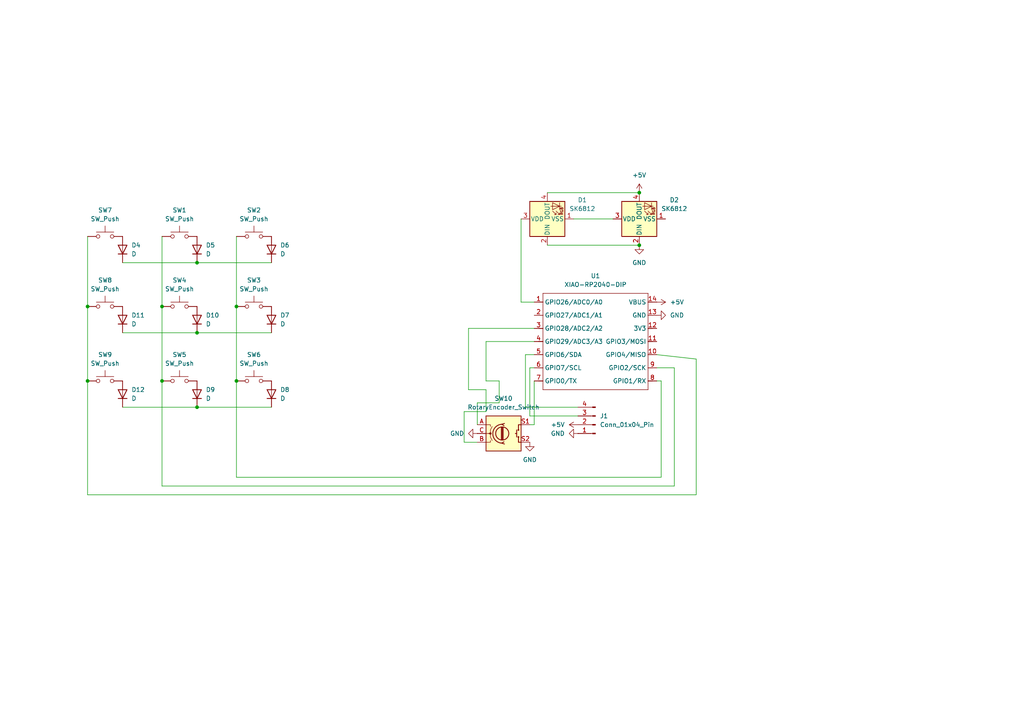
<source format=kicad_sch>
(kicad_sch (version 20231120) (generator "eeschema") (generator_version "8.0")
  (paper "A4")
  (lib_symbols
    (symbol "Connector:Conn_01x04_Pin" (pin_names (offset 1.016) hide)
      (property "Reference" "J" (at 0 5.08 0))
      (property "Value" "Conn_01x04_Pin" (at 0 -7.62 0))
      (symbol "Conn_01x04_Pin_1_1"
        (polyline (pts (xy 1.27 -5.08) (xy 0.8636 -5.08)) (stroke (width 0.1524)))
        (polyline (pts (xy 1.27 -2.54) (xy 0.8636 -2.54)) (stroke (width 0.1524)))
        (polyline (pts (xy 1.27 0) (xy 0.8636 0)) (stroke (width 0.1524)))
        (polyline (pts (xy 1.27 2.54) (xy 0.8636 2.54)) (stroke (width 0.1524)))
        (rectangle (start 0.8636 -4.953) (end 0 -5.207) (stroke (width 0.1524)) (fill (type outline)))
        (rectangle (start 0.8636 -2.413) (end 0 -2.667) (stroke (width 0.1524)) (fill (type outline)))
        (rectangle (start 0.8636 0.127) (end 0 -0.127) (stroke (width 0.1524)) (fill (type outline)))
        (rectangle (start 0.8636 2.667) (end 0 2.413) (stroke (width 0.1524)) (fill (type outline)))
        (pin passive line (at 5.08 2.54 180) (length 3.81) (name "Pin_1") (number "1"))
        (pin passive line (at 5.08 0 180) (length 3.81) (name "Pin_2") (number "2"))
        (pin passive line (at 5.08 -2.54 180) (length 3.81) (name "Pin_3") (number "3"))
        (pin passive line (at 5.08 -5.08 180) (length 3.81) (name "Pin_4") (number "4"))
      )
    )
    (symbol "Device:D" (pin_numbers hide) (pin_names (offset 1.016) hide)
      (property "Reference" "D" (at 0 2.54 0))
      (property "Value" "D" (at 0 -2.54 0))
      (symbol "D_0_1"
        (polyline (pts (xy -1.27 1.27) (xy -1.27 -1.27)) (stroke (width 0.254)))
        (polyline (pts (xy 1.27 0) (xy -1.27 0)))
        (polyline (pts (xy 1.27 1.27) (xy 1.27 -1.27) (xy -1.27 0) (xy 1.27 1.27)) (stroke (width 0.254)))
      )
      (symbol "D_1_1"
        (pin passive line (at -3.81 0 0) (length 2.54) (name "K") (number "1"))
        (pin passive line (at 3.81 0 180) (length 2.54) (name "A") (number "2"))
      )
    )
    (symbol "Device:RotaryEncoder_Switch" (pin_names (offset 0.254) hide)
      (property "Reference" "SW" (at 0 6.604 0))
      (property "Value" "RotaryEncoder_Switch" (at 0 -6.604 0))
      (symbol "RotaryEncoder_Switch_0_1"
        (rectangle (start -5.08 5.08) (end 5.08 -5.08) (stroke (width 0.254)) (fill (type background)))
        (circle (center -3.81 0) (radius 0.254) (fill (type outline)))
        (circle (center -0.381 0) (radius 1.905) (stroke (width 0.254)))
        (arc (start -0.381 2.667) (mid -3.0988 -0.0635) (end -0.381 -2.794) (stroke (width 0.254)))
        (polyline (pts (xy -0.635 -1.778) (xy -0.635 1.778)) (stroke (width 0.254)))
        (polyline (pts (xy -0.381 -1.778) (xy -0.381 1.778)) (stroke (width 0.254)))
        (polyline (pts (xy -0.127 1.778) (xy -0.127 -1.778)) (stroke (width 0.254)))
        (polyline (pts (xy 3.81 0) (xy 3.429 0)) (stroke (width 0.254)))
        (polyline (pts (xy 3.81 1.016) (xy 3.81 -1.016)) (stroke (width 0.254)))
        (polyline (pts (xy -5.08 -2.54) (xy -3.81 -2.54) (xy -3.81 -2.032)))
        (polyline (pts (xy -5.08 2.54) (xy -3.81 2.54) (xy -3.81 2.032)))
        (polyline (pts (xy 0.254 -3.048) (xy -0.508 -2.794) (xy 0.127 -2.413)) (stroke (width 0.254)))
        (polyline (pts (xy 0.254 2.921) (xy -0.508 2.667) (xy 0.127 2.286)) (stroke (width 0.254)))
        (polyline (pts (xy 5.08 -2.54) (xy 4.318 -2.54) (xy 4.318 -1.016)) (stroke (width 0.254)))
        (polyline (pts (xy 5.08 2.54) (xy 4.318 2.54) (xy 4.318 1.016)) (stroke (width 0.254)))
        (polyline (pts (xy -5.08 0) (xy -3.81 0) (xy -3.81 -1.016) (xy -3.302 -2.032)))
        (polyline (pts (xy -4.318 0) (xy -3.81 0) (xy -3.81 1.016) (xy -3.302 2.032)))
        (circle (center 4.318 -1.016) (radius 0.127) (stroke (width 0.254)))
        (circle (center 4.318 1.016) (radius 0.127) (stroke (width 0.254)))
      )
      (symbol "RotaryEncoder_Switch_1_1"
        (pin passive line (at -7.62 2.54 0) (length 2.54) (name "A") (number "A"))
        (pin passive line (at -7.62 -2.54 0) (length 2.54) (name "B") (number "B"))
        (pin passive line (at -7.62 0 0) (length 2.54) (name "C") (number "C"))
        (pin passive line (at 7.62 2.54 180) (length 2.54) (name "S1") (number "S1"))
        (pin passive line (at 7.62 -2.54 180) (length 2.54) (name "S2") (number "S2"))
      )
    )
    (symbol "LED:SK6812" (pin_names (offset 0.254))
      (property "Reference" "D" (at 5.08 5.715 0))
      (property "Value" "SK6812" (at 1.27 -5.715 0))
      (symbol "SK6812_0_0"
        (text "RGB" (at 2.286 -4.191 0) (effects (font (size 0.762 0.762))))
      )
      (symbol "SK6812_0_1"
        (polyline (pts (xy 1.27 -3.556) (xy 1.778 -3.556)))
        (polyline (pts (xy 1.27 -2.54) (xy 1.778 -2.54)))
        (polyline (pts (xy 4.699 -3.556) (xy 2.667 -3.556)))
        (polyline (pts (xy 2.286 -2.54) (xy 1.27 -3.556) (xy 1.27 -3.048)))
        (polyline (pts (xy 2.286 -1.524) (xy 1.27 -2.54) (xy 1.27 -2.032)))
        (polyline (pts (xy 3.683 -1.016) (xy 3.683 -3.556) (xy 3.683 -4.064)))
        (polyline (pts (xy 4.699 -1.524) (xy 2.667 -1.524) (xy 3.683 -3.556) (xy 4.699 -1.524)))
        (rectangle (start 5.08 5.08) (end -5.08 -5.08) (stroke (width 0.254)) (fill (type background)))
      )
      (symbol "SK6812_1_1"
        (pin power_in line (at 0 -7.62 90) (length 2.54) (name "VSS") (number "1"))
        (pin input line (at -7.62 0 0) (length 2.54) (name "DIN") (number "2"))
        (pin power_in line (at 0 7.62 270) (length 2.54) (name "VDD") (number "3"))
        (pin output line (at 7.62 0 180) (length 2.54) (name "DOUT") (number "4"))
      )
    )
    (symbol "Seeed_Studio_XIAO_Series:XIAO-RP2040-DIP"
      (property "Reference" "U" (at 0 0 0))
      (property "Value" "XIAO-RP2040-DIP" (at 5.334 -1.778 0))
      (symbol "XIAO-RP2040-DIP_1_0"
        (polyline (pts (xy -1.27 -30.48) (xy -1.27 -16.51)) (stroke (width 0.1524)))
        (polyline (pts (xy -1.27 -27.94) (xy -2.54 -27.94)) (stroke (width 0.1524)))
        (polyline (pts (xy -1.27 -24.13) (xy -2.54 -24.13)) (stroke (width 0.1524)))
        (polyline (pts (xy -1.27 -20.32) (xy -2.54 -20.32)) (stroke (width 0.1524)))
        (polyline (pts (xy -1.27 -16.51) (xy -2.54 -16.51)) (stroke (width 0.1524)))
        (polyline (pts (xy -1.27 -16.51) (xy -1.27 -12.7)) (stroke (width 0.1524)))
        (polyline (pts (xy -1.27 -12.7) (xy -2.54 -12.7)) (stroke (width 0.1524)))
        (polyline (pts (xy -1.27 -12.7) (xy -1.27 -8.89)) (stroke (width 0.1524)))
        (polyline (pts (xy -1.27 -8.89) (xy -2.54 -8.89)) (stroke (width 0.1524)))
        (polyline (pts (xy -1.27 -8.89) (xy -1.27 -5.08)) (stroke (width 0.1524)))
        (polyline (pts (xy -1.27 -5.08) (xy -2.54 -5.08)) (stroke (width 0.1524)))
        (polyline (pts (xy -1.27 -5.08) (xy -1.27 -2.54)) (stroke (width 0.1524)))
        (polyline (pts (xy -1.27 -2.54) (xy 29.21 -2.54)) (stroke (width 0.1524)))
        (polyline (pts (xy 29.21 -30.48) (xy -1.27 -30.48)) (stroke (width 0.1524)))
        (polyline (pts (xy 29.21 -12.7) (xy 29.21 -30.48)) (stroke (width 0.1524)))
        (polyline (pts (xy 29.21 -8.89) (xy 29.21 -12.7)) (stroke (width 0.1524)))
        (polyline (pts (xy 29.21 -5.08) (xy 29.21 -8.89)) (stroke (width 0.1524)))
        (polyline (pts (xy 29.21 -2.54) (xy 29.21 -5.08)) (stroke (width 0.1524)))
        (polyline (pts (xy 30.48 -27.94) (xy 29.21 -27.94)) (stroke (width 0.1524)))
        (polyline (pts (xy 30.48 -24.13) (xy 29.21 -24.13)) (stroke (width 0.1524)))
        (polyline (pts (xy 30.48 -20.32) (xy 29.21 -20.32)) (stroke (width 0.1524)))
        (polyline (pts (xy 30.48 -16.51) (xy 29.21 -16.51)) (stroke (width 0.1524)))
        (polyline (pts (xy 30.48 -12.7) (xy 29.21 -12.7)) (stroke (width 0.1524)))
        (polyline (pts (xy 30.48 -8.89) (xy 29.21 -8.89)) (stroke (width 0.1524)))
        (polyline (pts (xy 30.48 -5.08) (xy 29.21 -5.08)) (stroke (width 0.1524)))
        (pin passive line (at -3.81 -5.08 0) (length 2.54) (name "GPIO26/ADC0/A0") (number "1"))
        (pin passive line (at 31.75 -20.32 180) (length 2.54) (name "GPIO4/MISO") (number "10"))
        (pin passive line (at 31.75 -16.51 180) (length 2.54) (name "GPIO3/MOSI") (number "11"))
        (pin passive line (at 31.75 -12.7 180) (length 2.54) (name "3V3") (number "12"))
        (pin passive line (at 31.75 -8.89 180) (length 2.54) (name "GND") (number "13"))
        (pin passive line (at 31.75 -5.08 180) (length 2.54) (name "VBUS") (number "14"))
        (pin passive line (at -3.81 -8.89 0) (length 2.54) (name "GPIO27/ADC1/A1") (number "2"))
        (pin passive line (at -3.81 -12.7 0) (length 2.54) (name "GPIO28/ADC2/A2") (number "3"))
        (pin passive line (at -3.81 -16.51 0) (length 2.54) (name "GPIO29/ADC3/A3") (number "4"))
        (pin passive line (at -3.81 -20.32 0) (length 2.54) (name "GPIO6/SDA") (number "5"))
        (pin passive line (at -3.81 -24.13 0) (length 2.54) (name "GPIO7/SCL") (number "6"))
        (pin passive line (at -3.81 -27.94 0) (length 2.54) (name "GPIO0/TX") (number "7"))
        (pin passive line (at 31.75 -27.94 180) (length 2.54) (name "GPIO1/RX") (number "8"))
        (pin passive line (at 31.75 -24.13 180) (length 2.54) (name "GPIO2/SCK") (number "9"))
      )
    )
    (symbol "Switch:SW_Push" (pin_numbers hide) (pin_names (offset 1.016) hide)
      (property "Reference" "SW" (at 1.27 2.54 0))
      (property "Value" "SW_Push" (at 0 -1.524 0))
      (symbol "SW_Push_0_1"
        (circle (center -2.032 0) (radius 0.508))
        (polyline (pts (xy 0 1.27) (xy 0 3.048)))
        (polyline (pts (xy 2.54 1.27) (xy -2.54 1.27)))
        (circle (center 2.032 0) (radius 0.508))
        (pin passive line (at -5.08 0 0) (length 2.54) (name "1") (number "1"))
        (pin passive line (at 5.08 0 180) (length 2.54) (name "2") (number "2"))
      )
    )
    (symbol "power:+5V" (power) (pin_numbers hide) (pin_names (offset 0) hide)
      (property "Value" "+5V" (at 0 3.556 0))
      (symbol "+5V_0_1"
        (polyline (pts (xy -0.762 1.27) (xy 0 2.54)))
        (polyline (pts (xy 0 0) (xy 0 2.54)))
        (polyline (pts (xy 0 2.54) (xy 0.762 1.27)))
      )
      (symbol "+5V_1_1"
        (pin power_in line (at 0 0 90) (length 0) (name "~") (number "1"))
      )
    )
    (symbol "power:GND" (power) (pin_numbers hide) (pin_names (offset 0) hide)
      (property "Value" "GND" (at 0 -3.81 0))
      (symbol "GND_0_1"
        (polyline (pts (xy 0 0) (xy 0 -1.27) (xy 1.27 -1.27) (xy 0 -2.54) (xy -1.27 -1.27) (xy 0 -1.27)))
      )
      (symbol "GND_1_1"
        (pin power_in line (at 0 0 270) (length 0) (name "~") (number "1"))
      )
    )
  )
  (junction (at 57.15 76.2))
  (junction (at 25.4 88.9))
  (junction (at 57.15 96.52))
  (junction (at 46.99 88.9))
  (junction (at 68.58 88.9))
  (junction (at 25.4 110.49))
  (junction (at 57.15 118.11))
  (junction (at 185.42 71.12))
  (junction (at 46.99 110.49))
  (junction (at 68.58 110.49))
  (junction (at 185.42 55.88))
  (wire (pts (xy 201.93 104.14) (xy 190.5 102.87)))
  (wire (pts (xy 57.15 76.2) (xy 78.74 76.2)))
  (wire (pts (xy 153.67 120.65) (xy 153.67 106.68)))
  (wire (pts (xy 140.97 119.38) (xy 140.97 113.03)))
  (wire (pts (xy 35.56 76.2) (xy 57.15 76.2)))
  (wire (pts (xy 134.62 119.38) (xy 140.97 119.38)))
  (wire (pts (xy 135.89 113.03) (xy 135.89 95.25)))
  (wire (pts (xy 185.42 55.88) (xy 158.75 55.88)))
  (wire (pts (xy 144.78 116.84) (xy 144.78 110.49)))
  (wire (pts (xy 151.13 63.5) (xy 151.13 87.63)))
  (wire (pts (xy 25.4 68.58) (xy 25.4 88.9)))
  (wire (pts (xy 25.4 110.49) (xy 25.4 143.51)))
  (wire (pts (xy 152.4 118.11) (xy 152.4 102.87)))
  (wire (pts (xy 57.15 118.11) (xy 78.74 118.11)))
  (wire (pts (xy 140.97 99.06) (xy 154.94 99.06)))
  (wire (pts (xy 153.67 123.19) (xy 154.94 123.19)))
  (wire (pts (xy 25.4 88.9) (xy 25.4 110.49)))
  (wire (pts (xy 25.4 143.51) (xy 201.93 143.51)))
  (wire (pts (xy 195.58 106.68) (xy 190.5 106.68)))
  (wire (pts (xy 35.56 118.11) (xy 57.15 118.11)))
  (wire (pts (xy 191.77 110.49) (xy 190.5 110.49)))
  (wire (pts (xy 201.93 143.51) (xy 201.93 104.14)))
  (wire (pts (xy 68.58 138.43) (xy 191.77 138.43)))
  (wire (pts (xy 68.58 88.9) (xy 68.58 110.49)))
  (wire (pts (xy 140.97 113.03) (xy 135.89 113.03)))
  (wire (pts (xy 57.15 96.52) (xy 35.56 96.52)))
  (wire (pts (xy 151.13 87.63) (xy 154.94 87.63)))
  (wire (pts (xy 195.58 140.97) (xy 195.58 106.68)))
  (wire (pts (xy 191.77 138.43) (xy 191.77 110.49)))
  (wire (pts (xy 154.94 123.19) (xy 154.94 110.49)))
  (wire (pts (xy 138.43 116.84) (xy 144.78 116.84)))
  (wire (pts (xy 46.99 88.9) (xy 46.99 110.49)))
  (wire (pts (xy 78.74 96.52) (xy 57.15 96.52)))
  (wire (pts (xy 135.89 95.25) (xy 154.94 95.25)))
  (wire (pts (xy 167.64 118.11) (xy 152.4 118.11)))
  (wire (pts (xy 138.43 128.27) (xy 134.62 128.27)))
  (wire (pts (xy 46.99 68.58) (xy 46.99 88.9)))
  (wire (pts (xy 166.37 63.5) (xy 177.8 63.5)))
  (wire (pts (xy 158.75 71.12) (xy 185.42 71.12)))
  (wire (pts (xy 153.67 106.68) (xy 154.94 106.68)))
  (wire (pts (xy 152.4 102.87) (xy 154.94 102.87)))
  (wire (pts (xy 46.99 110.49) (xy 46.99 140.97)))
  (wire (pts (xy 140.97 110.49) (xy 140.97 99.06)))
  (wire (pts (xy 134.62 128.27) (xy 134.62 119.38)))
  (wire (pts (xy 68.58 110.49) (xy 68.58 138.43)))
  (wire (pts (xy 167.64 120.65) (xy 153.67 120.65)))
  (wire (pts (xy 46.99 140.97) (xy 195.58 140.97)))
  (wire (pts (xy 68.58 68.58) (xy 68.58 88.9)))
  (wire (pts (xy 144.78 110.49) (xy 140.97 110.49)))
  (wire (pts (xy 138.43 123.19) (xy 138.43 116.84)))
  (symbol (lib_id "power:GND") (at 190.5 91.44 90) (unit 1)
    (property "Reference" "#PWR04" (effects (hide yes)))
    (property "Value" "GND" (at 194.31 91.4399 90) (effects (justify right)))
    (property "Description" "Power symbol creates a global label with name \"GND\" , ground" (effects (hide yes)))
  )
  (symbol (lib_id "Switch:SW_Push") (at 73.66 88.9 0) (unit 1)
    (property "Reference" "SW3" (at 73.66 81.28 0))
    (property "Value" "SW_Push" (at 73.66 83.82 0))
    (property "Footprint" "Button_Switch_Keyboard:SW_Cherry_MX_1.00u_PCB" (effects (hide yes)))
    (property "Description" "Push button switch, generic, two pins" (effects (hide yes)))
  )
  (symbol (lib_id "Switch:SW_Push") (at 30.48 88.9 0) (unit 1)
    (property "Reference" "SW8" (at 30.48 81.28 0))
    (property "Value" "SW_Push" (at 30.48 83.82 0))
    (property "Footprint" "Button_Switch_Keyboard:SW_Cherry_MX_1.00u_PCB" (effects (hide yes)))
    (property "Description" "Push button switch, generic, two pins" (effects (hide yes)))
  )
  (symbol (lib_id "power:GND") (at 167.64 125.73 270) (unit 1)
    (property "Reference" "#PWR013" (effects (hide yes)))
    (property "Value" "GND" (at 163.83 125.7299 90) (effects (justify right)))
    (property "Description" "Power symbol creates a global label with name \"GND\" , ground" (effects (hide yes)))
  )
  (symbol (lib_id "Switch:SW_Push") (at 73.66 68.58 0) (unit 1)
    (property "Reference" "SW2" (at 73.66 60.96 0))
    (property "Value" "SW_Push" (at 73.66 63.5 0))
    (property "Footprint" "Button_Switch_Keyboard:SW_Cherry_MX_1.00u_PCB" (effects (hide yes)))
    (property "Description" "Push button switch, generic, two pins" (effects (hide yes)))
  )
  (symbol (lib_id "Switch:SW_Push") (at 52.07 68.58 0) (unit 1)
    (property "Reference" "SW1" (at 52.07 60.96 0))
    (property "Value" "SW_Push" (at 52.07 63.5 0))
    (property "Footprint" "Button_Switch_Keyboard:SW_Cherry_MX_1.00u_PCB" (effects (hide yes)))
    (property "Description" "Push button switch, generic, two pins" (effects (hide yes)))
  )
  (symbol (lib_id "Device:D") (at 78.74 114.3 90) (unit 1)
    (property "Reference" "D8" (at 81.28 113.0299 90) (effects (justify right)))
    (property "Value" "D" (at 81.28 115.5699 90) (effects (justify right)))
    (property "Footprint" "Diode_THT:D_DO-35_SOD27_P7.62mm_Horizontal" (effects (hide yes)))
    (property "Description" "Diode" (effects (hide yes)))
    (property "Sim.Device" "D" (effects (hide yes)))
    (property "Sim.Pins" "1=K 2=A" (effects (hide yes)))
  )
  (symbol (lib_id "LED:SK6812") (at 158.75 63.5 90) (unit 1)
    (property "Reference" "D1" (at 168.91 58.0038 90))
    (property "Value" "SK6812" (at 168.91 60.5438 90))
    (property "Footprint" "LED_SMD:LED_SK6812_PLCC4_5.0x5.0mm_P3.2mm" (effects (hide yes)))
    (property "Datasheet" "https://cdn-shop.adafruit.com/product-files/1138/SK6812+LED+datasheet+.pdf" (effects (hide yes)))
    (property "Description" "RGB LED with integrated controller" (effects (hide yes)))
  )
  (symbol (lib_id "Switch:SW_Push") (at 73.66 110.49 0) (unit 1)
    (property "Reference" "SW6" (at 73.66 102.87 0))
    (property "Value" "SW_Push" (at 73.66 105.41 0))
    (property "Footprint" "Button_Switch_Keyboard:SW_Cherry_MX_1.00u_PCB" (effects (hide yes)))
    (property "Description" "Push button switch, generic, two pins" (effects (hide yes)))
  )
  (symbol (lib_id "Device:D") (at 35.56 114.3 90) (unit 1)
    (property "Reference" "D12" (at 38.1 113.0299 90) (effects (justify right)))
    (property "Value" "D" (at 38.1 115.5699 90) (effects (justify right)))
    (property "Footprint" "Diode_THT:D_DO-35_SOD27_P7.62mm_Horizontal" (effects (hide yes)))
    (property "Description" "Diode" (effects (hide yes)))
    (property "Sim.Device" "D" (effects (hide yes)))
    (property "Sim.Pins" "1=K 2=A" (effects (hide yes)))
  )
  (symbol (lib_id "power:+5V") (at 185.42 55.88 0) (unit 1)
    (property "Reference" "#PWR02" (effects (hide yes)))
    (property "Value" "+5V" (at 185.42 50.8 0))
    (property "Description" "Power symbol creates a global label with name \"+5V\"" (effects (hide yes)))
  )
  (symbol (lib_id "Switch:SW_Push") (at 52.07 110.49 0) (unit 1)
    (property "Reference" "SW5" (at 52.07 102.87 0))
    (property "Value" "SW_Push" (at 52.07 105.41 0))
    (property "Footprint" "Button_Switch_Keyboard:SW_Cherry_MX_1.00u_PCB" (effects (hide yes)))
    (property "Description" "Push button switch, generic, two pins" (effects (hide yes)))
  )
  (symbol (lib_id "Device:RotaryEncoder_Switch") (at 146.05 125.73 0) (unit 1)
    (property "Reference" "SW10" (at 146.05 115.57 0))
    (property "Value" "RotaryEncoder_Switch" (at 146.05 118.11 0))
    (property "Footprint" "Rotary_Encoder:RotaryEncoder_Alps_EC11E-Switch_Vertical_H20mm_CircularMountingHoles" (effects (hide yes)))
    (property "Description" "Rotary encoder, dual channel, incremental quadrate outputs, with switch" (effects (hide yes)))
  )
  (symbol (lib_id "Connector:Conn_01x04_Pin") (at 172.72 123.19 180) (unit 1)
    (property "Reference" "J1" (at 173.99 120.6499 0) (effects (justify right)))
    (property "Value" "Conn_01x04_Pin" (at 173.99 123.1899 0) (effects (justify right)))
    (property "Footprint" "OLED:MODULE_DM-OLED096-636" (effects (hide yes)))
    (property "Description" "Generic connector, single row, 01x04, script generated" (effects (hide yes)))
  )
  (symbol (lib_id "Device:D") (at 57.15 92.71 90) (unit 1)
    (property "Reference" "D10" (at 59.69 91.4399 90) (effects (justify right)))
    (property "Value" "D" (at 59.69 93.9799 90) (effects (justify right)))
    (property "Footprint" "Diode_THT:D_DO-35_SOD27_P7.62mm_Horizontal" (effects (hide yes)))
    (property "Description" "Diode" (effects (hide yes)))
    (property "Sim.Device" "D" (effects (hide yes)))
    (property "Sim.Pins" "1=K 2=A" (effects (hide yes)))
  )
  (symbol (lib_id "power:GND") (at 153.67 128.27 0) (unit 1)
    (property "Reference" "#PWR010" (effects (hide yes)))
    (property "Value" "GND" (at 153.67 133.35 0))
    (property "Description" "Power symbol creates a global label with name \"GND\" , ground" (effects (hide yes)))
  )
  (symbol (lib_id "LED:SK6812") (at 185.42 63.5 90) (unit 1)
    (property "Reference" "D2" (at 195.58 58.0038 90))
    (property "Value" "SK6812" (at 195.58 60.5438 90))
    (property "Footprint" "LED_SMD:LED_SK6812_PLCC4_5.0x5.0mm_P3.2mm" (effects (hide yes)))
    (property "Datasheet" "https://cdn-shop.adafruit.com/product-files/1138/SK6812+LED+datasheet+.pdf" (effects (hide yes)))
    (property "Description" "RGB LED with integrated controller" (effects (hide yes)))
  )
  (symbol (lib_id "Switch:SW_Push") (at 52.07 88.9 0) (unit 1)
    (property "Reference" "SW4" (at 52.07 81.28 0))
    (property "Value" "SW_Push" (at 52.07 83.82 0))
    (property "Footprint" "Button_Switch_Keyboard:SW_Cherry_MX_1.00u_PCB" (effects (hide yes)))
    (property "Description" "Push button switch, generic, two pins" (effects (hide yes)))
  )
  (symbol (lib_id "Device:D") (at 78.74 92.71 90) (unit 1)
    (property "Reference" "D7" (at 81.28 91.4399 90) (effects (justify right)))
    (property "Value" "D" (at 81.28 93.9799 90) (effects (justify right)))
    (property "Footprint" "Diode_THT:D_DO-35_SOD27_P7.62mm_Horizontal" (effects (hide yes)))
    (property "Description" "Diode" (effects (hide yes)))
    (property "Sim.Device" "D" (effects (hide yes)))
    (property "Sim.Pins" "1=K 2=A" (effects (hide yes)))
  )
  (symbol (lib_id "Device:D") (at 35.56 72.39 90) (unit 1)
    (property "Reference" "D4" (at 38.1 71.1199 90) (effects (justify right)))
    (property "Value" "D" (at 38.1 73.6599 90) (effects (justify right)))
    (property "Footprint" "Diode_THT:D_DO-35_SOD27_P7.62mm_Horizontal" (effects (hide yes)))
    (property "Description" "Diode" (effects (hide yes)))
    (property "Sim.Device" "D" (effects (hide yes)))
    (property "Sim.Pins" "1=K 2=A" (effects (hide yes)))
  )
  (symbol (lib_id "Device:D") (at 57.15 114.3 90) (unit 1)
    (property "Reference" "D9" (at 59.69 113.0299 90) (effects (justify right)))
    (property "Value" "D" (at 59.69 115.5699 90) (effects (justify right)))
    (property "Footprint" "Diode_THT:D_DO-35_SOD27_P7.62mm_Horizontal" (effects (hide yes)))
    (property "Description" "Diode" (effects (hide yes)))
    (property "Sim.Device" "D" (effects (hide yes)))
    (property "Sim.Pins" "1=K 2=A" (effects (hide yes)))
  )
  (symbol (lib_id "power:GND") (at 185.42 71.12 0) (unit 1)
    (property "Reference" "#PWR03" (effects (hide yes)))
    (property "Value" "GND" (at 185.42 76.2 0))
    (property "Description" "Power symbol creates a global label with name \"GND\" , ground" (effects (hide yes)))
  )
  (symbol (lib_id "Device:D") (at 78.74 72.39 90) (unit 1)
    (property "Reference" "D6" (at 81.28 71.1199 90) (effects (justify right)))
    (property "Value" "D" (at 81.28 73.6599 90) (effects (justify right)))
    (property "Footprint" "Diode_THT:D_DO-35_SOD27_P7.62mm_Horizontal" (effects (hide yes)))
    (property "Description" "Diode" (effects (hide yes)))
    (property "Sim.Device" "D" (effects (hide yes)))
    (property "Sim.Pins" "1=K 2=A" (effects (hide yes)))
  )
  (symbol (lib_id "Switch:SW_Push") (at 30.48 110.49 0) (unit 1)
    (property "Reference" "SW9" (at 30.48 102.87 0))
    (property "Value" "SW_Push" (at 30.48 105.41 0))
    (property "Footprint" "Button_Switch_Keyboard:SW_Cherry_MX_1.00u_PCB" (effects (hide yes)))
    (property "Description" "Push button switch, generic, two pins" (effects (hide yes)))
  )
  (symbol (lib_id "power:+5V") (at 190.5 87.63 270) (unit 1)
    (property "Reference" "#PWR05" (effects (hide yes)))
    (property "Value" "+5V" (at 194.31 87.6299 90) (effects (justify left)))
    (property "Description" "Power symbol creates a global label with name \"+5V\"" (effects (hide yes)))
  )
  (symbol (lib_id "Device:D") (at 35.56 92.71 90) (unit 1)
    (property "Reference" "D11" (at 38.1 91.4399 90) (effects (justify right)))
    (property "Value" "D" (at 38.1 93.9799 90) (effects (justify right)))
    (property "Footprint" "Diode_THT:D_DO-35_SOD27_P7.62mm_Horizontal" (effects (hide yes)))
    (property "Description" "Diode" (effects (hide yes)))
    (property "Sim.Device" "D" (effects (hide yes)))
    (property "Sim.Pins" "1=K 2=A" (effects (hide yes)))
  )
  (symbol (lib_id "Device:D") (at 57.15 72.39 90) (unit 1)
    (property "Reference" "D5" (at 59.69 71.1199 90) (effects (justify right)))
    (property "Value" "D" (at 59.69 73.6599 90) (effects (justify right)))
    (property "Footprint" "Diode_THT:D_DO-35_SOD27_P7.62mm_Horizontal" (effects (hide yes)))
    (property "Description" "Diode" (effects (hide yes)))
    (property "Sim.Device" "D" (effects (hide yes)))
    (property "Sim.Pins" "1=K 2=A" (effects (hide yes)))
  )
  (symbol (lib_id "Switch:SW_Push") (at 30.48 68.58 0) (unit 1)
    (property "Reference" "SW7" (at 30.48 60.96 0))
    (property "Value" "SW_Push" (at 30.48 63.5 0))
    (property "Footprint" "Button_Switch_Keyboard:SW_Cherry_MX_1.00u_PCB" (effects (hide yes)))
    (property "Description" "Push button switch, generic, two pins" (effects (hide yes)))
  )
  (symbol (lib_id "power:+5V") (at 167.64 123.19 90) (unit 1)
    (property "Reference" "#PWR012" (effects (hide yes)))
    (property "Value" "+5V" (at 163.83 123.1899 90) (effects (justify left)))
    (property "Description" "Power symbol creates a global label with name \"+5V\"" (effects (hide yes)))
  )
  (symbol (lib_id "Seeed_Studio_XIAO_Series:XIAO-RP2040-DIP") (at 158.75 82.55 0) (unit 1)
    (property "Reference" "U1" (at 172.72 80.01 0))
    (property "Value" "XIAO-RP2040-DIP" (at 172.72 82.55 0))
    (property "Footprint" "Seeed Studio XIAO Series Library:XIAO-RP2040-DIP" (effects (hide yes)))
  )
  (symbol (lib_id "power:GND") (at 138.43 125.73 270) (unit 1)
    (property "Reference" "#PWR011" (effects (hide yes)))
    (property "Value" "GND" (at 134.62 125.7299 90) (effects (justify right)))
    (property "Description" "Power symbol creates a global label with name \"GND\" , ground" (effects (hide yes)))
  )
)
</source>
